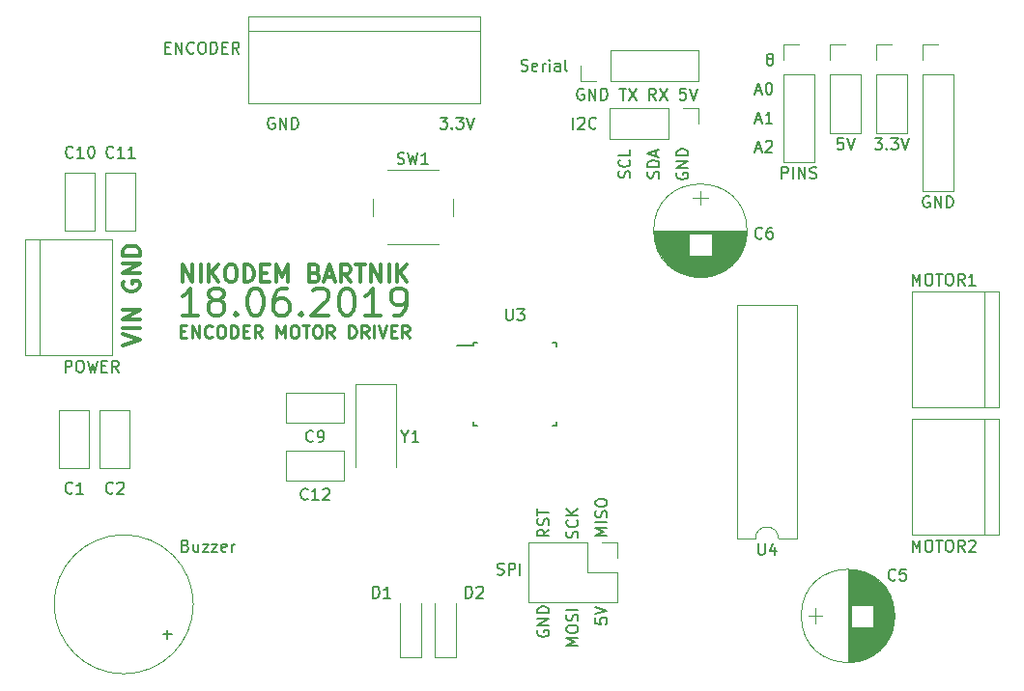
<source format=gbr>
G04 #@! TF.FileFunction,Legend,Top*
%FSLAX46Y46*%
G04 Gerber Fmt 4.6, Leading zero omitted, Abs format (unit mm)*
G04 Created by KiCad (PCBNEW 4.0.7) date 06/25/19 19:36:15*
%MOMM*%
%LPD*%
G01*
G04 APERTURE LIST*
%ADD10C,0.100000*%
%ADD11C,0.200000*%
%ADD12C,0.150000*%
%ADD13C,0.300000*%
%ADD14C,0.250000*%
%ADD15C,0.120000*%
G04 APERTURE END LIST*
D10*
D11*
X165909714Y-88558667D02*
X166385905Y-88558667D01*
X165814476Y-88844381D02*
X166147809Y-87844381D01*
X166481143Y-88844381D01*
X166766857Y-87939619D02*
X166814476Y-87892000D01*
X166909714Y-87844381D01*
X167147810Y-87844381D01*
X167243048Y-87892000D01*
X167290667Y-87939619D01*
X167338286Y-88034857D01*
X167338286Y-88130095D01*
X167290667Y-88272952D01*
X166719238Y-88844381D01*
X167338286Y-88844381D01*
X165909714Y-86018667D02*
X166385905Y-86018667D01*
X165814476Y-86304381D02*
X166147809Y-85304381D01*
X166481143Y-86304381D01*
X167338286Y-86304381D02*
X166766857Y-86304381D01*
X167052571Y-86304381D02*
X167052571Y-85304381D01*
X166957333Y-85447238D01*
X166862095Y-85542476D01*
X166766857Y-85590095D01*
X165909714Y-83478667D02*
X166385905Y-83478667D01*
X165814476Y-83764381D02*
X166147809Y-82764381D01*
X166481143Y-83764381D01*
X167004952Y-82764381D02*
X167100191Y-82764381D01*
X167195429Y-82812000D01*
X167243048Y-82859619D01*
X167290667Y-82954857D01*
X167338286Y-83145333D01*
X167338286Y-83383429D01*
X167290667Y-83573905D01*
X167243048Y-83669143D01*
X167195429Y-83716762D01*
X167100191Y-83764381D01*
X167004952Y-83764381D01*
X166909714Y-83716762D01*
X166862095Y-83669143D01*
X166814476Y-83573905D01*
X166766857Y-83383429D01*
X166766857Y-83145333D01*
X166814476Y-82954857D01*
X166862095Y-82859619D01*
X166909714Y-82812000D01*
X167004952Y-82764381D01*
X167036762Y-80652952D02*
X166941524Y-80605333D01*
X166893905Y-80557714D01*
X166846286Y-80462476D01*
X166846286Y-80414857D01*
X166893905Y-80319619D01*
X166941524Y-80272000D01*
X167036762Y-80224381D01*
X167227239Y-80224381D01*
X167322477Y-80272000D01*
X167370096Y-80319619D01*
X167417715Y-80414857D01*
X167417715Y-80462476D01*
X167370096Y-80557714D01*
X167322477Y-80605333D01*
X167227239Y-80652952D01*
X167036762Y-80652952D01*
X166941524Y-80700571D01*
X166893905Y-80748190D01*
X166846286Y-80843429D01*
X166846286Y-81033905D01*
X166893905Y-81129143D01*
X166941524Y-81176762D01*
X167036762Y-81224381D01*
X167227239Y-81224381D01*
X167322477Y-81176762D01*
X167370096Y-81129143D01*
X167417715Y-81033905D01*
X167417715Y-80843429D01*
X167370096Y-80748190D01*
X167322477Y-80700571D01*
X167227239Y-80652952D01*
X150805143Y-83320000D02*
X150709905Y-83272381D01*
X150567048Y-83272381D01*
X150424190Y-83320000D01*
X150328952Y-83415238D01*
X150281333Y-83510476D01*
X150233714Y-83700952D01*
X150233714Y-83843810D01*
X150281333Y-84034286D01*
X150328952Y-84129524D01*
X150424190Y-84224762D01*
X150567048Y-84272381D01*
X150662286Y-84272381D01*
X150805143Y-84224762D01*
X150852762Y-84177143D01*
X150852762Y-83843810D01*
X150662286Y-83843810D01*
X151281333Y-84272381D02*
X151281333Y-83272381D01*
X151852762Y-84272381D01*
X151852762Y-83272381D01*
X152328952Y-84272381D02*
X152328952Y-83272381D01*
X152567047Y-83272381D01*
X152709905Y-83320000D01*
X152805143Y-83415238D01*
X152852762Y-83510476D01*
X152900381Y-83700952D01*
X152900381Y-83843810D01*
X152852762Y-84034286D01*
X152805143Y-84129524D01*
X152709905Y-84224762D01*
X152567047Y-84272381D01*
X152328952Y-84272381D01*
X153948000Y-83272381D02*
X154519429Y-83272381D01*
X154233714Y-84272381D02*
X154233714Y-83272381D01*
X154757524Y-83272381D02*
X155424191Y-84272381D01*
X155424191Y-83272381D02*
X154757524Y-84272381D01*
X157138477Y-84272381D02*
X156805143Y-83796190D01*
X156567048Y-84272381D02*
X156567048Y-83272381D01*
X156948001Y-83272381D01*
X157043239Y-83320000D01*
X157090858Y-83367619D01*
X157138477Y-83462857D01*
X157138477Y-83605714D01*
X157090858Y-83700952D01*
X157043239Y-83748571D01*
X156948001Y-83796190D01*
X156567048Y-83796190D01*
X157471810Y-83272381D02*
X158138477Y-84272381D01*
X158138477Y-83272381D02*
X157471810Y-84272381D01*
X159757525Y-83272381D02*
X159281334Y-83272381D01*
X159233715Y-83748571D01*
X159281334Y-83700952D01*
X159376572Y-83653333D01*
X159614668Y-83653333D01*
X159709906Y-83700952D01*
X159757525Y-83748571D01*
X159805144Y-83843810D01*
X159805144Y-84081905D01*
X159757525Y-84177143D01*
X159709906Y-84224762D01*
X159614668Y-84272381D01*
X159376572Y-84272381D01*
X159281334Y-84224762D01*
X159233715Y-84177143D01*
X160090858Y-83272381D02*
X160424191Y-84272381D01*
X160757525Y-83272381D01*
X159012000Y-90677904D02*
X158964381Y-90773142D01*
X158964381Y-90915999D01*
X159012000Y-91058857D01*
X159107238Y-91154095D01*
X159202476Y-91201714D01*
X159392952Y-91249333D01*
X159535810Y-91249333D01*
X159726286Y-91201714D01*
X159821524Y-91154095D01*
X159916762Y-91058857D01*
X159964381Y-90915999D01*
X159964381Y-90820761D01*
X159916762Y-90677904D01*
X159869143Y-90630285D01*
X159535810Y-90630285D01*
X159535810Y-90820761D01*
X159964381Y-90201714D02*
X158964381Y-90201714D01*
X159964381Y-89630285D01*
X158964381Y-89630285D01*
X159964381Y-89154095D02*
X158964381Y-89154095D01*
X158964381Y-88916000D01*
X159012000Y-88773142D01*
X159107238Y-88677904D01*
X159202476Y-88630285D01*
X159392952Y-88582666D01*
X159535810Y-88582666D01*
X159726286Y-88630285D01*
X159821524Y-88677904D01*
X159916762Y-88773142D01*
X159964381Y-88916000D01*
X159964381Y-89154095D01*
X157376762Y-91130286D02*
X157424381Y-90987429D01*
X157424381Y-90749333D01*
X157376762Y-90654095D01*
X157329143Y-90606476D01*
X157233905Y-90558857D01*
X157138667Y-90558857D01*
X157043429Y-90606476D01*
X156995810Y-90654095D01*
X156948190Y-90749333D01*
X156900571Y-90939810D01*
X156852952Y-91035048D01*
X156805333Y-91082667D01*
X156710095Y-91130286D01*
X156614857Y-91130286D01*
X156519619Y-91082667D01*
X156472000Y-91035048D01*
X156424381Y-90939810D01*
X156424381Y-90701714D01*
X156472000Y-90558857D01*
X157424381Y-90130286D02*
X156424381Y-90130286D01*
X156424381Y-89892191D01*
X156472000Y-89749333D01*
X156567238Y-89654095D01*
X156662476Y-89606476D01*
X156852952Y-89558857D01*
X156995810Y-89558857D01*
X157186286Y-89606476D01*
X157281524Y-89654095D01*
X157376762Y-89749333D01*
X157424381Y-89892191D01*
X157424381Y-90130286D01*
X157138667Y-89177905D02*
X157138667Y-88701714D01*
X157424381Y-89273143D02*
X156424381Y-88939810D01*
X157424381Y-88606476D01*
X154836762Y-91106476D02*
X154884381Y-90963619D01*
X154884381Y-90725523D01*
X154836762Y-90630285D01*
X154789143Y-90582666D01*
X154693905Y-90535047D01*
X154598667Y-90535047D01*
X154503429Y-90582666D01*
X154455810Y-90630285D01*
X154408190Y-90725523D01*
X154360571Y-90916000D01*
X154312952Y-91011238D01*
X154265333Y-91058857D01*
X154170095Y-91106476D01*
X154074857Y-91106476D01*
X153979619Y-91058857D01*
X153932000Y-91011238D01*
X153884381Y-90916000D01*
X153884381Y-90677904D01*
X153932000Y-90535047D01*
X154789143Y-89535047D02*
X154836762Y-89582666D01*
X154884381Y-89725523D01*
X154884381Y-89820761D01*
X154836762Y-89963619D01*
X154741524Y-90058857D01*
X154646286Y-90106476D01*
X154455810Y-90154095D01*
X154312952Y-90154095D01*
X154122476Y-90106476D01*
X154027238Y-90058857D01*
X153932000Y-89963619D01*
X153884381Y-89820761D01*
X153884381Y-89725523D01*
X153932000Y-89582666D01*
X153979619Y-89535047D01*
X154884381Y-88630285D02*
X154884381Y-89106476D01*
X153884381Y-89106476D01*
D12*
X150312381Y-132127428D02*
X149312381Y-132127428D01*
X150026667Y-131794094D01*
X149312381Y-131460761D01*
X150312381Y-131460761D01*
X149312381Y-130794095D02*
X149312381Y-130603618D01*
X149360000Y-130508380D01*
X149455238Y-130413142D01*
X149645714Y-130365523D01*
X149979048Y-130365523D01*
X150169524Y-130413142D01*
X150264762Y-130508380D01*
X150312381Y-130603618D01*
X150312381Y-130794095D01*
X150264762Y-130889333D01*
X150169524Y-130984571D01*
X149979048Y-131032190D01*
X149645714Y-131032190D01*
X149455238Y-130984571D01*
X149360000Y-130889333D01*
X149312381Y-130794095D01*
X150264762Y-129984571D02*
X150312381Y-129841714D01*
X150312381Y-129603618D01*
X150264762Y-129508380D01*
X150217143Y-129460761D01*
X150121905Y-129413142D01*
X150026667Y-129413142D01*
X149931429Y-129460761D01*
X149883810Y-129508380D01*
X149836190Y-129603618D01*
X149788571Y-129794095D01*
X149740952Y-129889333D01*
X149693333Y-129936952D01*
X149598095Y-129984571D01*
X149502857Y-129984571D01*
X149407619Y-129936952D01*
X149360000Y-129889333D01*
X149312381Y-129794095D01*
X149312381Y-129555999D01*
X149360000Y-129413142D01*
X150312381Y-128984571D02*
X149312381Y-128984571D01*
X151852381Y-129730476D02*
X151852381Y-130206667D01*
X152328571Y-130254286D01*
X152280952Y-130206667D01*
X152233333Y-130111429D01*
X152233333Y-129873333D01*
X152280952Y-129778095D01*
X152328571Y-129730476D01*
X152423810Y-129682857D01*
X152661905Y-129682857D01*
X152757143Y-129730476D01*
X152804762Y-129778095D01*
X152852381Y-129873333D01*
X152852381Y-130111429D01*
X152804762Y-130206667D01*
X152757143Y-130254286D01*
X151852381Y-129397143D02*
X152852381Y-129063810D01*
X151852381Y-128730476D01*
X152852381Y-122475428D02*
X151852381Y-122475428D01*
X152566667Y-122142094D01*
X151852381Y-121808761D01*
X152852381Y-121808761D01*
X152852381Y-121332571D02*
X151852381Y-121332571D01*
X152804762Y-120904000D02*
X152852381Y-120761143D01*
X152852381Y-120523047D01*
X152804762Y-120427809D01*
X152757143Y-120380190D01*
X152661905Y-120332571D01*
X152566667Y-120332571D01*
X152471429Y-120380190D01*
X152423810Y-120427809D01*
X152376190Y-120523047D01*
X152328571Y-120713524D01*
X152280952Y-120808762D01*
X152233333Y-120856381D01*
X152138095Y-120904000D01*
X152042857Y-120904000D01*
X151947619Y-120856381D01*
X151900000Y-120808762D01*
X151852381Y-120713524D01*
X151852381Y-120475428D01*
X151900000Y-120332571D01*
X151852381Y-119713524D02*
X151852381Y-119523047D01*
X151900000Y-119427809D01*
X151995238Y-119332571D01*
X152185714Y-119284952D01*
X152519048Y-119284952D01*
X152709524Y-119332571D01*
X152804762Y-119427809D01*
X152852381Y-119523047D01*
X152852381Y-119713524D01*
X152804762Y-119808762D01*
X152709524Y-119904000D01*
X152519048Y-119951619D01*
X152185714Y-119951619D01*
X151995238Y-119904000D01*
X151900000Y-119808762D01*
X151852381Y-119713524D01*
X150264762Y-122697714D02*
X150312381Y-122554857D01*
X150312381Y-122316761D01*
X150264762Y-122221523D01*
X150217143Y-122173904D01*
X150121905Y-122126285D01*
X150026667Y-122126285D01*
X149931429Y-122173904D01*
X149883810Y-122221523D01*
X149836190Y-122316761D01*
X149788571Y-122507238D01*
X149740952Y-122602476D01*
X149693333Y-122650095D01*
X149598095Y-122697714D01*
X149502857Y-122697714D01*
X149407619Y-122650095D01*
X149360000Y-122602476D01*
X149312381Y-122507238D01*
X149312381Y-122269142D01*
X149360000Y-122126285D01*
X150217143Y-121126285D02*
X150264762Y-121173904D01*
X150312381Y-121316761D01*
X150312381Y-121411999D01*
X150264762Y-121554857D01*
X150169524Y-121650095D01*
X150074286Y-121697714D01*
X149883810Y-121745333D01*
X149740952Y-121745333D01*
X149550476Y-121697714D01*
X149455238Y-121650095D01*
X149360000Y-121554857D01*
X149312381Y-121411999D01*
X149312381Y-121316761D01*
X149360000Y-121173904D01*
X149407619Y-121126285D01*
X150312381Y-120697714D02*
X149312381Y-120697714D01*
X150312381Y-120126285D02*
X149740952Y-120554857D01*
X149312381Y-120126285D02*
X149883810Y-120697714D01*
X146820000Y-130809904D02*
X146772381Y-130905142D01*
X146772381Y-131047999D01*
X146820000Y-131190857D01*
X146915238Y-131286095D01*
X147010476Y-131333714D01*
X147200952Y-131381333D01*
X147343810Y-131381333D01*
X147534286Y-131333714D01*
X147629524Y-131286095D01*
X147724762Y-131190857D01*
X147772381Y-131047999D01*
X147772381Y-130952761D01*
X147724762Y-130809904D01*
X147677143Y-130762285D01*
X147343810Y-130762285D01*
X147343810Y-130952761D01*
X147772381Y-130333714D02*
X146772381Y-130333714D01*
X147772381Y-129762285D01*
X146772381Y-129762285D01*
X147772381Y-129286095D02*
X146772381Y-129286095D01*
X146772381Y-129048000D01*
X146820000Y-128905142D01*
X146915238Y-128809904D01*
X147010476Y-128762285D01*
X147200952Y-128714666D01*
X147343810Y-128714666D01*
X147534286Y-128762285D01*
X147629524Y-128809904D01*
X147724762Y-128905142D01*
X147772381Y-129048000D01*
X147772381Y-129286095D01*
X147772381Y-121959619D02*
X147296190Y-122292953D01*
X147772381Y-122531048D02*
X146772381Y-122531048D01*
X146772381Y-122150095D01*
X146820000Y-122054857D01*
X146867619Y-122007238D01*
X146962857Y-121959619D01*
X147105714Y-121959619D01*
X147200952Y-122007238D01*
X147248571Y-122054857D01*
X147296190Y-122150095D01*
X147296190Y-122531048D01*
X147724762Y-121578667D02*
X147772381Y-121435810D01*
X147772381Y-121197714D01*
X147724762Y-121102476D01*
X147677143Y-121054857D01*
X147581905Y-121007238D01*
X147486667Y-121007238D01*
X147391429Y-121054857D01*
X147343810Y-121102476D01*
X147296190Y-121197714D01*
X147248571Y-121388191D01*
X147200952Y-121483429D01*
X147153333Y-121531048D01*
X147058095Y-121578667D01*
X146962857Y-121578667D01*
X146867619Y-121531048D01*
X146820000Y-121483429D01*
X146772381Y-121388191D01*
X146772381Y-121150095D01*
X146820000Y-121007238D01*
X146772381Y-120721524D02*
X146772381Y-120150095D01*
X147772381Y-120435810D02*
X146772381Y-120435810D01*
D13*
X110430571Y-105782857D02*
X111930571Y-105282857D01*
X110430571Y-104782857D01*
X111930571Y-104282857D02*
X110430571Y-104282857D01*
X111930571Y-103568571D02*
X110430571Y-103568571D01*
X111930571Y-102711428D01*
X110430571Y-102711428D01*
X110502000Y-100202857D02*
X110430571Y-100345714D01*
X110430571Y-100560000D01*
X110502000Y-100774285D01*
X110644857Y-100917143D01*
X110787714Y-100988571D01*
X111073429Y-101060000D01*
X111287714Y-101060000D01*
X111573429Y-100988571D01*
X111716286Y-100917143D01*
X111859143Y-100774285D01*
X111930571Y-100560000D01*
X111930571Y-100417143D01*
X111859143Y-100202857D01*
X111787714Y-100131428D01*
X111287714Y-100131428D01*
X111287714Y-100417143D01*
X111930571Y-99488571D02*
X110430571Y-99488571D01*
X111930571Y-98631428D01*
X110430571Y-98631428D01*
X111930571Y-97917142D02*
X110430571Y-97917142D01*
X110430571Y-97559999D01*
X110502000Y-97345714D01*
X110644857Y-97202856D01*
X110787714Y-97131428D01*
X111073429Y-97059999D01*
X111287714Y-97059999D01*
X111573429Y-97131428D01*
X111716286Y-97202856D01*
X111859143Y-97345714D01*
X111930571Y-97559999D01*
X111930571Y-97917142D01*
D11*
X123698096Y-85860000D02*
X123602858Y-85812381D01*
X123460001Y-85812381D01*
X123317143Y-85860000D01*
X123221905Y-85955238D01*
X123174286Y-86050476D01*
X123126667Y-86240952D01*
X123126667Y-86383810D01*
X123174286Y-86574286D01*
X123221905Y-86669524D01*
X123317143Y-86764762D01*
X123460001Y-86812381D01*
X123555239Y-86812381D01*
X123698096Y-86764762D01*
X123745715Y-86717143D01*
X123745715Y-86383810D01*
X123555239Y-86383810D01*
X124174286Y-86812381D02*
X124174286Y-85812381D01*
X124745715Y-86812381D01*
X124745715Y-85812381D01*
X125221905Y-86812381D02*
X125221905Y-85812381D01*
X125460000Y-85812381D01*
X125602858Y-85860000D01*
X125698096Y-85955238D01*
X125745715Y-86050476D01*
X125793334Y-86240952D01*
X125793334Y-86383810D01*
X125745715Y-86574286D01*
X125698096Y-86669524D01*
X125602858Y-86764762D01*
X125460000Y-86812381D01*
X125221905Y-86812381D01*
X138223810Y-85812381D02*
X138842858Y-85812381D01*
X138509524Y-86193333D01*
X138652382Y-86193333D01*
X138747620Y-86240952D01*
X138795239Y-86288571D01*
X138842858Y-86383810D01*
X138842858Y-86621905D01*
X138795239Y-86717143D01*
X138747620Y-86764762D01*
X138652382Y-86812381D01*
X138366667Y-86812381D01*
X138271429Y-86764762D01*
X138223810Y-86717143D01*
X139271429Y-86717143D02*
X139319048Y-86764762D01*
X139271429Y-86812381D01*
X139223810Y-86764762D01*
X139271429Y-86717143D01*
X139271429Y-86812381D01*
X139652381Y-85812381D02*
X140271429Y-85812381D01*
X139938095Y-86193333D01*
X140080953Y-86193333D01*
X140176191Y-86240952D01*
X140223810Y-86288571D01*
X140271429Y-86383810D01*
X140271429Y-86621905D01*
X140223810Y-86717143D01*
X140176191Y-86764762D01*
X140080953Y-86812381D01*
X139795238Y-86812381D01*
X139700000Y-86764762D01*
X139652381Y-86717143D01*
X140557143Y-85812381D02*
X140890476Y-86812381D01*
X141223810Y-85812381D01*
D13*
X117018858Y-103193714D02*
X115647430Y-103193714D01*
X116333144Y-103193714D02*
X116333144Y-100793714D01*
X116104573Y-101136571D01*
X115876001Y-101365143D01*
X115647430Y-101479429D01*
X118390287Y-101822286D02*
X118161715Y-101708000D01*
X118047430Y-101593714D01*
X117933144Y-101365143D01*
X117933144Y-101250857D01*
X118047430Y-101022286D01*
X118161715Y-100908000D01*
X118390287Y-100793714D01*
X118847430Y-100793714D01*
X119076001Y-100908000D01*
X119190287Y-101022286D01*
X119304572Y-101250857D01*
X119304572Y-101365143D01*
X119190287Y-101593714D01*
X119076001Y-101708000D01*
X118847430Y-101822286D01*
X118390287Y-101822286D01*
X118161715Y-101936571D01*
X118047430Y-102050857D01*
X117933144Y-102279429D01*
X117933144Y-102736571D01*
X118047430Y-102965143D01*
X118161715Y-103079429D01*
X118390287Y-103193714D01*
X118847430Y-103193714D01*
X119076001Y-103079429D01*
X119190287Y-102965143D01*
X119304572Y-102736571D01*
X119304572Y-102279429D01*
X119190287Y-102050857D01*
X119076001Y-101936571D01*
X118847430Y-101822286D01*
X120333144Y-102965143D02*
X120447429Y-103079429D01*
X120333144Y-103193714D01*
X120218858Y-103079429D01*
X120333144Y-102965143D01*
X120333144Y-103193714D01*
X121933143Y-100793714D02*
X122161715Y-100793714D01*
X122390286Y-100908000D01*
X122504572Y-101022286D01*
X122618858Y-101250857D01*
X122733143Y-101708000D01*
X122733143Y-102279429D01*
X122618858Y-102736571D01*
X122504572Y-102965143D01*
X122390286Y-103079429D01*
X122161715Y-103193714D01*
X121933143Y-103193714D01*
X121704572Y-103079429D01*
X121590286Y-102965143D01*
X121476001Y-102736571D01*
X121361715Y-102279429D01*
X121361715Y-101708000D01*
X121476001Y-101250857D01*
X121590286Y-101022286D01*
X121704572Y-100908000D01*
X121933143Y-100793714D01*
X124790286Y-100793714D02*
X124333143Y-100793714D01*
X124104572Y-100908000D01*
X123990286Y-101022286D01*
X123761715Y-101365143D01*
X123647429Y-101822286D01*
X123647429Y-102736571D01*
X123761715Y-102965143D01*
X123876000Y-103079429D01*
X124104572Y-103193714D01*
X124561715Y-103193714D01*
X124790286Y-103079429D01*
X124904572Y-102965143D01*
X125018857Y-102736571D01*
X125018857Y-102165143D01*
X124904572Y-101936571D01*
X124790286Y-101822286D01*
X124561715Y-101708000D01*
X124104572Y-101708000D01*
X123876000Y-101822286D01*
X123761715Y-101936571D01*
X123647429Y-102165143D01*
X126047429Y-102965143D02*
X126161714Y-103079429D01*
X126047429Y-103193714D01*
X125933143Y-103079429D01*
X126047429Y-102965143D01*
X126047429Y-103193714D01*
X127076000Y-101022286D02*
X127190286Y-100908000D01*
X127418857Y-100793714D01*
X127990286Y-100793714D01*
X128218857Y-100908000D01*
X128333143Y-101022286D01*
X128447428Y-101250857D01*
X128447428Y-101479429D01*
X128333143Y-101822286D01*
X126961714Y-103193714D01*
X128447428Y-103193714D01*
X129933142Y-100793714D02*
X130161714Y-100793714D01*
X130390285Y-100908000D01*
X130504571Y-101022286D01*
X130618857Y-101250857D01*
X130733142Y-101708000D01*
X130733142Y-102279429D01*
X130618857Y-102736571D01*
X130504571Y-102965143D01*
X130390285Y-103079429D01*
X130161714Y-103193714D01*
X129933142Y-103193714D01*
X129704571Y-103079429D01*
X129590285Y-102965143D01*
X129476000Y-102736571D01*
X129361714Y-102279429D01*
X129361714Y-101708000D01*
X129476000Y-101250857D01*
X129590285Y-101022286D01*
X129704571Y-100908000D01*
X129933142Y-100793714D01*
X133018856Y-103193714D02*
X131647428Y-103193714D01*
X132333142Y-103193714D02*
X132333142Y-100793714D01*
X132104571Y-101136571D01*
X131875999Y-101365143D01*
X131647428Y-101479429D01*
X134161713Y-103193714D02*
X134618856Y-103193714D01*
X134847428Y-103079429D01*
X134961713Y-102965143D01*
X135190285Y-102622286D01*
X135304570Y-102165143D01*
X135304570Y-101250857D01*
X135190285Y-101022286D01*
X135075999Y-100908000D01*
X134847428Y-100793714D01*
X134390285Y-100793714D01*
X134161713Y-100908000D01*
X134047428Y-101022286D01*
X133933142Y-101250857D01*
X133933142Y-101822286D01*
X134047428Y-102050857D01*
X134161713Y-102165143D01*
X134390285Y-102279429D01*
X134847428Y-102279429D01*
X135075999Y-102165143D01*
X135190285Y-102050857D01*
X135304570Y-101822286D01*
D14*
X115471239Y-104569429D02*
X115837905Y-104569429D01*
X115995048Y-105145619D02*
X115471239Y-105145619D01*
X115471239Y-104045619D01*
X115995048Y-104045619D01*
X116466477Y-105145619D02*
X116466477Y-104045619D01*
X117095048Y-105145619D01*
X117095048Y-104045619D01*
X118247429Y-105040857D02*
X118195048Y-105093238D01*
X118037905Y-105145619D01*
X117933143Y-105145619D01*
X117776001Y-105093238D01*
X117671239Y-104988476D01*
X117618858Y-104883714D01*
X117566477Y-104674190D01*
X117566477Y-104517048D01*
X117618858Y-104307524D01*
X117671239Y-104202762D01*
X117776001Y-104098000D01*
X117933143Y-104045619D01*
X118037905Y-104045619D01*
X118195048Y-104098000D01*
X118247429Y-104150381D01*
X118928382Y-104045619D02*
X119137905Y-104045619D01*
X119242667Y-104098000D01*
X119347429Y-104202762D01*
X119399810Y-104412286D01*
X119399810Y-104778952D01*
X119347429Y-104988476D01*
X119242667Y-105093238D01*
X119137905Y-105145619D01*
X118928382Y-105145619D01*
X118823620Y-105093238D01*
X118718858Y-104988476D01*
X118666477Y-104778952D01*
X118666477Y-104412286D01*
X118718858Y-104202762D01*
X118823620Y-104098000D01*
X118928382Y-104045619D01*
X119871239Y-105145619D02*
X119871239Y-104045619D01*
X120133144Y-104045619D01*
X120290286Y-104098000D01*
X120395048Y-104202762D01*
X120447429Y-104307524D01*
X120499810Y-104517048D01*
X120499810Y-104674190D01*
X120447429Y-104883714D01*
X120395048Y-104988476D01*
X120290286Y-105093238D01*
X120133144Y-105145619D01*
X119871239Y-105145619D01*
X120971239Y-104569429D02*
X121337905Y-104569429D01*
X121495048Y-105145619D02*
X120971239Y-105145619D01*
X120971239Y-104045619D01*
X121495048Y-104045619D01*
X122595048Y-105145619D02*
X122228382Y-104621810D01*
X121966477Y-105145619D02*
X121966477Y-104045619D01*
X122385524Y-104045619D01*
X122490286Y-104098000D01*
X122542667Y-104150381D01*
X122595048Y-104255143D01*
X122595048Y-104412286D01*
X122542667Y-104517048D01*
X122490286Y-104569429D01*
X122385524Y-104621810D01*
X121966477Y-104621810D01*
X123904572Y-105145619D02*
X123904572Y-104045619D01*
X124271238Y-104831333D01*
X124637905Y-104045619D01*
X124637905Y-105145619D01*
X125371239Y-104045619D02*
X125580762Y-104045619D01*
X125685524Y-104098000D01*
X125790286Y-104202762D01*
X125842667Y-104412286D01*
X125842667Y-104778952D01*
X125790286Y-104988476D01*
X125685524Y-105093238D01*
X125580762Y-105145619D01*
X125371239Y-105145619D01*
X125266477Y-105093238D01*
X125161715Y-104988476D01*
X125109334Y-104778952D01*
X125109334Y-104412286D01*
X125161715Y-104202762D01*
X125266477Y-104098000D01*
X125371239Y-104045619D01*
X126156953Y-104045619D02*
X126785524Y-104045619D01*
X126471239Y-105145619D02*
X126471239Y-104045619D01*
X127361715Y-104045619D02*
X127571238Y-104045619D01*
X127676000Y-104098000D01*
X127780762Y-104202762D01*
X127833143Y-104412286D01*
X127833143Y-104778952D01*
X127780762Y-104988476D01*
X127676000Y-105093238D01*
X127571238Y-105145619D01*
X127361715Y-105145619D01*
X127256953Y-105093238D01*
X127152191Y-104988476D01*
X127099810Y-104778952D01*
X127099810Y-104412286D01*
X127152191Y-104202762D01*
X127256953Y-104098000D01*
X127361715Y-104045619D01*
X128933143Y-105145619D02*
X128566477Y-104621810D01*
X128304572Y-105145619D02*
X128304572Y-104045619D01*
X128723619Y-104045619D01*
X128828381Y-104098000D01*
X128880762Y-104150381D01*
X128933143Y-104255143D01*
X128933143Y-104412286D01*
X128880762Y-104517048D01*
X128828381Y-104569429D01*
X128723619Y-104621810D01*
X128304572Y-104621810D01*
X130242667Y-105145619D02*
X130242667Y-104045619D01*
X130504572Y-104045619D01*
X130661714Y-104098000D01*
X130766476Y-104202762D01*
X130818857Y-104307524D01*
X130871238Y-104517048D01*
X130871238Y-104674190D01*
X130818857Y-104883714D01*
X130766476Y-104988476D01*
X130661714Y-105093238D01*
X130504572Y-105145619D01*
X130242667Y-105145619D01*
X131971238Y-105145619D02*
X131604572Y-104621810D01*
X131342667Y-105145619D02*
X131342667Y-104045619D01*
X131761714Y-104045619D01*
X131866476Y-104098000D01*
X131918857Y-104150381D01*
X131971238Y-104255143D01*
X131971238Y-104412286D01*
X131918857Y-104517048D01*
X131866476Y-104569429D01*
X131761714Y-104621810D01*
X131342667Y-104621810D01*
X132442667Y-105145619D02*
X132442667Y-104045619D01*
X132809334Y-104045619D02*
X133176001Y-105145619D01*
X133542667Y-104045619D01*
X133909334Y-104569429D02*
X134276000Y-104569429D01*
X134433143Y-105145619D02*
X133909334Y-105145619D01*
X133909334Y-104045619D01*
X134433143Y-104045619D01*
X135533143Y-105145619D02*
X135166477Y-104621810D01*
X134904572Y-105145619D02*
X134904572Y-104045619D01*
X135323619Y-104045619D01*
X135428381Y-104098000D01*
X135480762Y-104150381D01*
X135533143Y-104255143D01*
X135533143Y-104412286D01*
X135480762Y-104517048D01*
X135428381Y-104569429D01*
X135323619Y-104621810D01*
X134904572Y-104621810D01*
D13*
X115690285Y-100246571D02*
X115690285Y-98746571D01*
X116547428Y-100246571D01*
X116547428Y-98746571D01*
X117261714Y-100246571D02*
X117261714Y-98746571D01*
X117976000Y-100246571D02*
X117976000Y-98746571D01*
X118833143Y-100246571D02*
X118190286Y-99389429D01*
X118833143Y-98746571D02*
X117976000Y-99603714D01*
X119761714Y-98746571D02*
X120047428Y-98746571D01*
X120190286Y-98818000D01*
X120333143Y-98960857D01*
X120404571Y-99246571D01*
X120404571Y-99746571D01*
X120333143Y-100032286D01*
X120190286Y-100175143D01*
X120047428Y-100246571D01*
X119761714Y-100246571D01*
X119618857Y-100175143D01*
X119476000Y-100032286D01*
X119404571Y-99746571D01*
X119404571Y-99246571D01*
X119476000Y-98960857D01*
X119618857Y-98818000D01*
X119761714Y-98746571D01*
X121047429Y-100246571D02*
X121047429Y-98746571D01*
X121404572Y-98746571D01*
X121618857Y-98818000D01*
X121761715Y-98960857D01*
X121833143Y-99103714D01*
X121904572Y-99389429D01*
X121904572Y-99603714D01*
X121833143Y-99889429D01*
X121761715Y-100032286D01*
X121618857Y-100175143D01*
X121404572Y-100246571D01*
X121047429Y-100246571D01*
X122547429Y-99460857D02*
X123047429Y-99460857D01*
X123261715Y-100246571D02*
X122547429Y-100246571D01*
X122547429Y-98746571D01*
X123261715Y-98746571D01*
X123904572Y-100246571D02*
X123904572Y-98746571D01*
X124404572Y-99818000D01*
X124904572Y-98746571D01*
X124904572Y-100246571D01*
X127261715Y-99460857D02*
X127476001Y-99532286D01*
X127547429Y-99603714D01*
X127618858Y-99746571D01*
X127618858Y-99960857D01*
X127547429Y-100103714D01*
X127476001Y-100175143D01*
X127333143Y-100246571D01*
X126761715Y-100246571D01*
X126761715Y-98746571D01*
X127261715Y-98746571D01*
X127404572Y-98818000D01*
X127476001Y-98889429D01*
X127547429Y-99032286D01*
X127547429Y-99175143D01*
X127476001Y-99318000D01*
X127404572Y-99389429D01*
X127261715Y-99460857D01*
X126761715Y-99460857D01*
X128190286Y-99818000D02*
X128904572Y-99818000D01*
X128047429Y-100246571D02*
X128547429Y-98746571D01*
X129047429Y-100246571D01*
X130404572Y-100246571D02*
X129904572Y-99532286D01*
X129547429Y-100246571D02*
X129547429Y-98746571D01*
X130118857Y-98746571D01*
X130261715Y-98818000D01*
X130333143Y-98889429D01*
X130404572Y-99032286D01*
X130404572Y-99246571D01*
X130333143Y-99389429D01*
X130261715Y-99460857D01*
X130118857Y-99532286D01*
X129547429Y-99532286D01*
X130833143Y-98746571D02*
X131690286Y-98746571D01*
X131261715Y-100246571D02*
X131261715Y-98746571D01*
X132190286Y-100246571D02*
X132190286Y-98746571D01*
X133047429Y-100246571D01*
X133047429Y-98746571D01*
X133761715Y-100246571D02*
X133761715Y-98746571D01*
X134476001Y-100246571D02*
X134476001Y-98746571D01*
X135333144Y-100246571D02*
X134690287Y-99389429D01*
X135333144Y-98746571D02*
X134476001Y-99603714D01*
D15*
X141732000Y-84582000D02*
X141732000Y-76962000D01*
X121412000Y-76962000D02*
X121412000Y-84582000D01*
X121412000Y-78232000D02*
X141732000Y-78232000D01*
X141732000Y-84582000D02*
X121412000Y-84582000D01*
X141732000Y-76962000D02*
X121412000Y-76962000D01*
X116600000Y-128524000D02*
G75*
G03X116600000Y-128524000I-6100000J0D01*
G01*
X107482000Y-111466000D02*
X107482000Y-116586000D01*
X104862000Y-111466000D02*
X104862000Y-116586000D01*
X107482000Y-111466000D02*
X104862000Y-111466000D01*
X107482000Y-116586000D02*
X104862000Y-116586000D01*
X111038000Y-111466000D02*
X111038000Y-116586000D01*
X108418000Y-111466000D02*
X108418000Y-116586000D01*
X111038000Y-111466000D02*
X108418000Y-111466000D01*
X111038000Y-116586000D02*
X108418000Y-116586000D01*
X178060000Y-129540000D02*
G75*
G03X178060000Y-129540000I-4090000J0D01*
G01*
X173970000Y-125490000D02*
X173970000Y-133590000D01*
X174010000Y-125490000D02*
X174010000Y-133590000D01*
X174050000Y-125490000D02*
X174050000Y-133590000D01*
X174090000Y-125491000D02*
X174090000Y-133589000D01*
X174130000Y-125493000D02*
X174130000Y-133587000D01*
X174170000Y-125494000D02*
X174170000Y-133586000D01*
X174210000Y-125497000D02*
X174210000Y-133583000D01*
X174250000Y-125499000D02*
X174250000Y-128560000D01*
X174250000Y-130520000D02*
X174250000Y-133581000D01*
X174290000Y-125502000D02*
X174290000Y-128560000D01*
X174290000Y-130520000D02*
X174290000Y-133578000D01*
X174330000Y-125505000D02*
X174330000Y-128560000D01*
X174330000Y-130520000D02*
X174330000Y-133575000D01*
X174370000Y-125509000D02*
X174370000Y-128560000D01*
X174370000Y-130520000D02*
X174370000Y-133571000D01*
X174410000Y-125513000D02*
X174410000Y-128560000D01*
X174410000Y-130520000D02*
X174410000Y-133567000D01*
X174450000Y-125518000D02*
X174450000Y-128560000D01*
X174450000Y-130520000D02*
X174450000Y-133562000D01*
X174490000Y-125523000D02*
X174490000Y-128560000D01*
X174490000Y-130520000D02*
X174490000Y-133557000D01*
X174530000Y-125528000D02*
X174530000Y-128560000D01*
X174530000Y-130520000D02*
X174530000Y-133552000D01*
X174570000Y-125534000D02*
X174570000Y-128560000D01*
X174570000Y-130520000D02*
X174570000Y-133546000D01*
X174610000Y-125540000D02*
X174610000Y-128560000D01*
X174610000Y-130520000D02*
X174610000Y-133540000D01*
X174650000Y-125546000D02*
X174650000Y-128560000D01*
X174650000Y-130520000D02*
X174650000Y-133534000D01*
X174691000Y-125553000D02*
X174691000Y-128560000D01*
X174691000Y-130520000D02*
X174691000Y-133527000D01*
X174731000Y-125561000D02*
X174731000Y-128560000D01*
X174731000Y-130520000D02*
X174731000Y-133519000D01*
X174771000Y-125569000D02*
X174771000Y-128560000D01*
X174771000Y-130520000D02*
X174771000Y-133511000D01*
X174811000Y-125577000D02*
X174811000Y-128560000D01*
X174811000Y-130520000D02*
X174811000Y-133503000D01*
X174851000Y-125585000D02*
X174851000Y-128560000D01*
X174851000Y-130520000D02*
X174851000Y-133495000D01*
X174891000Y-125594000D02*
X174891000Y-128560000D01*
X174891000Y-130520000D02*
X174891000Y-133486000D01*
X174931000Y-125604000D02*
X174931000Y-128560000D01*
X174931000Y-130520000D02*
X174931000Y-133476000D01*
X174971000Y-125614000D02*
X174971000Y-128560000D01*
X174971000Y-130520000D02*
X174971000Y-133466000D01*
X175011000Y-125624000D02*
X175011000Y-128560000D01*
X175011000Y-130520000D02*
X175011000Y-133456000D01*
X175051000Y-125635000D02*
X175051000Y-128560000D01*
X175051000Y-130520000D02*
X175051000Y-133445000D01*
X175091000Y-125646000D02*
X175091000Y-128560000D01*
X175091000Y-130520000D02*
X175091000Y-133434000D01*
X175131000Y-125657000D02*
X175131000Y-128560000D01*
X175131000Y-130520000D02*
X175131000Y-133423000D01*
X175171000Y-125670000D02*
X175171000Y-128560000D01*
X175171000Y-130520000D02*
X175171000Y-133410000D01*
X175211000Y-125682000D02*
X175211000Y-128560000D01*
X175211000Y-130520000D02*
X175211000Y-133398000D01*
X175251000Y-125695000D02*
X175251000Y-128560000D01*
X175251000Y-130520000D02*
X175251000Y-133385000D01*
X175291000Y-125708000D02*
X175291000Y-128560000D01*
X175291000Y-130520000D02*
X175291000Y-133372000D01*
X175331000Y-125722000D02*
X175331000Y-128560000D01*
X175331000Y-130520000D02*
X175331000Y-133358000D01*
X175371000Y-125737000D02*
X175371000Y-128560000D01*
X175371000Y-130520000D02*
X175371000Y-133343000D01*
X175411000Y-125751000D02*
X175411000Y-128560000D01*
X175411000Y-130520000D02*
X175411000Y-133329000D01*
X175451000Y-125767000D02*
X175451000Y-128560000D01*
X175451000Y-130520000D02*
X175451000Y-133313000D01*
X175491000Y-125782000D02*
X175491000Y-128560000D01*
X175491000Y-130520000D02*
X175491000Y-133298000D01*
X175531000Y-125799000D02*
X175531000Y-128560000D01*
X175531000Y-130520000D02*
X175531000Y-133281000D01*
X175571000Y-125815000D02*
X175571000Y-128560000D01*
X175571000Y-130520000D02*
X175571000Y-133265000D01*
X175611000Y-125833000D02*
X175611000Y-128560000D01*
X175611000Y-130520000D02*
X175611000Y-133247000D01*
X175651000Y-125850000D02*
X175651000Y-128560000D01*
X175651000Y-130520000D02*
X175651000Y-133230000D01*
X175691000Y-125869000D02*
X175691000Y-128560000D01*
X175691000Y-130520000D02*
X175691000Y-133211000D01*
X175731000Y-125888000D02*
X175731000Y-128560000D01*
X175731000Y-130520000D02*
X175731000Y-133192000D01*
X175771000Y-125907000D02*
X175771000Y-128560000D01*
X175771000Y-130520000D02*
X175771000Y-133173000D01*
X175811000Y-125927000D02*
X175811000Y-128560000D01*
X175811000Y-130520000D02*
X175811000Y-133153000D01*
X175851000Y-125947000D02*
X175851000Y-128560000D01*
X175851000Y-130520000D02*
X175851000Y-133133000D01*
X175891000Y-125968000D02*
X175891000Y-128560000D01*
X175891000Y-130520000D02*
X175891000Y-133112000D01*
X175931000Y-125990000D02*
X175931000Y-128560000D01*
X175931000Y-130520000D02*
X175931000Y-133090000D01*
X175971000Y-126012000D02*
X175971000Y-128560000D01*
X175971000Y-130520000D02*
X175971000Y-133068000D01*
X176011000Y-126035000D02*
X176011000Y-128560000D01*
X176011000Y-130520000D02*
X176011000Y-133045000D01*
X176051000Y-126058000D02*
X176051000Y-128560000D01*
X176051000Y-130520000D02*
X176051000Y-133022000D01*
X176091000Y-126082000D02*
X176091000Y-128560000D01*
X176091000Y-130520000D02*
X176091000Y-132998000D01*
X176131000Y-126106000D02*
X176131000Y-128560000D01*
X176131000Y-130520000D02*
X176131000Y-132974000D01*
X176171000Y-126132000D02*
X176171000Y-128560000D01*
X176171000Y-130520000D02*
X176171000Y-132948000D01*
X176211000Y-126157000D02*
X176211000Y-132923000D01*
X176251000Y-126184000D02*
X176251000Y-132896000D01*
X176291000Y-126211000D02*
X176291000Y-132869000D01*
X176331000Y-126239000D02*
X176331000Y-132841000D01*
X176371000Y-126268000D02*
X176371000Y-132812000D01*
X176411000Y-126297000D02*
X176411000Y-132783000D01*
X176451000Y-126327000D02*
X176451000Y-132753000D01*
X176491000Y-126358000D02*
X176491000Y-132722000D01*
X176531000Y-126390000D02*
X176531000Y-132690000D01*
X176571000Y-126422000D02*
X176571000Y-132658000D01*
X176611000Y-126456000D02*
X176611000Y-132624000D01*
X176651000Y-126490000D02*
X176651000Y-132590000D01*
X176691000Y-126525000D02*
X176691000Y-132555000D01*
X176731000Y-126561000D02*
X176731000Y-132519000D01*
X176771000Y-126598000D02*
X176771000Y-132482000D01*
X176811000Y-126636000D02*
X176811000Y-132444000D01*
X176851000Y-126675000D02*
X176851000Y-132405000D01*
X176891000Y-126716000D02*
X176891000Y-132364000D01*
X176931000Y-126757000D02*
X176931000Y-132323000D01*
X176971000Y-126800000D02*
X176971000Y-132280000D01*
X177011000Y-126843000D02*
X177011000Y-132237000D01*
X177051000Y-126888000D02*
X177051000Y-132192000D01*
X177091000Y-126935000D02*
X177091000Y-132145000D01*
X177131000Y-126983000D02*
X177131000Y-132097000D01*
X177171000Y-127032000D02*
X177171000Y-132048000D01*
X177211000Y-127083000D02*
X177211000Y-131997000D01*
X177251000Y-127136000D02*
X177251000Y-131944000D01*
X177291000Y-127191000D02*
X177291000Y-131889000D01*
X177331000Y-127247000D02*
X177331000Y-131833000D01*
X177371000Y-127306000D02*
X177371000Y-131774000D01*
X177411000Y-127367000D02*
X177411000Y-131713000D01*
X177451000Y-127431000D02*
X177451000Y-131649000D01*
X177491000Y-127497000D02*
X177491000Y-131583000D01*
X177531000Y-127566000D02*
X177531000Y-131514000D01*
X177571000Y-127638000D02*
X177571000Y-131442000D01*
X177611000Y-127714000D02*
X177611000Y-131366000D01*
X177651000Y-127795000D02*
X177651000Y-131285000D01*
X177691000Y-127880000D02*
X177691000Y-131200000D01*
X177731000Y-127970000D02*
X177731000Y-131110000D01*
X177771000Y-128067000D02*
X177771000Y-131013000D01*
X177811000Y-128171000D02*
X177811000Y-130909000D01*
X177851000Y-128286000D02*
X177851000Y-130794000D01*
X177891000Y-128413000D02*
X177891000Y-130667000D01*
X177931000Y-128557000D02*
X177931000Y-130523000D01*
X177971000Y-128726000D02*
X177971000Y-130354000D01*
X178011000Y-128942000D02*
X178011000Y-130138000D01*
X178051000Y-129294000D02*
X178051000Y-129786000D01*
X170520000Y-129540000D02*
X171720000Y-129540000D01*
X171120000Y-128890000D02*
X171120000Y-130190000D01*
X165126000Y-95738000D02*
G75*
G03X165126000Y-95738000I-4090000J0D01*
G01*
X165086000Y-95738000D02*
X156986000Y-95738000D01*
X165086000Y-95778000D02*
X156986000Y-95778000D01*
X165086000Y-95818000D02*
X156986000Y-95818000D01*
X165085000Y-95858000D02*
X156987000Y-95858000D01*
X165083000Y-95898000D02*
X156989000Y-95898000D01*
X165082000Y-95938000D02*
X156990000Y-95938000D01*
X165079000Y-95978000D02*
X156993000Y-95978000D01*
X165077000Y-96018000D02*
X162016000Y-96018000D01*
X160056000Y-96018000D02*
X156995000Y-96018000D01*
X165074000Y-96058000D02*
X162016000Y-96058000D01*
X160056000Y-96058000D02*
X156998000Y-96058000D01*
X165071000Y-96098000D02*
X162016000Y-96098000D01*
X160056000Y-96098000D02*
X157001000Y-96098000D01*
X165067000Y-96138000D02*
X162016000Y-96138000D01*
X160056000Y-96138000D02*
X157005000Y-96138000D01*
X165063000Y-96178000D02*
X162016000Y-96178000D01*
X160056000Y-96178000D02*
X157009000Y-96178000D01*
X165058000Y-96218000D02*
X162016000Y-96218000D01*
X160056000Y-96218000D02*
X157014000Y-96218000D01*
X165053000Y-96258000D02*
X162016000Y-96258000D01*
X160056000Y-96258000D02*
X157019000Y-96258000D01*
X165048000Y-96298000D02*
X162016000Y-96298000D01*
X160056000Y-96298000D02*
X157024000Y-96298000D01*
X165042000Y-96338000D02*
X162016000Y-96338000D01*
X160056000Y-96338000D02*
X157030000Y-96338000D01*
X165036000Y-96378000D02*
X162016000Y-96378000D01*
X160056000Y-96378000D02*
X157036000Y-96378000D01*
X165030000Y-96418000D02*
X162016000Y-96418000D01*
X160056000Y-96418000D02*
X157042000Y-96418000D01*
X165023000Y-96459000D02*
X162016000Y-96459000D01*
X160056000Y-96459000D02*
X157049000Y-96459000D01*
X165015000Y-96499000D02*
X162016000Y-96499000D01*
X160056000Y-96499000D02*
X157057000Y-96499000D01*
X165007000Y-96539000D02*
X162016000Y-96539000D01*
X160056000Y-96539000D02*
X157065000Y-96539000D01*
X164999000Y-96579000D02*
X162016000Y-96579000D01*
X160056000Y-96579000D02*
X157073000Y-96579000D01*
X164991000Y-96619000D02*
X162016000Y-96619000D01*
X160056000Y-96619000D02*
X157081000Y-96619000D01*
X164982000Y-96659000D02*
X162016000Y-96659000D01*
X160056000Y-96659000D02*
X157090000Y-96659000D01*
X164972000Y-96699000D02*
X162016000Y-96699000D01*
X160056000Y-96699000D02*
X157100000Y-96699000D01*
X164962000Y-96739000D02*
X162016000Y-96739000D01*
X160056000Y-96739000D02*
X157110000Y-96739000D01*
X164952000Y-96779000D02*
X162016000Y-96779000D01*
X160056000Y-96779000D02*
X157120000Y-96779000D01*
X164941000Y-96819000D02*
X162016000Y-96819000D01*
X160056000Y-96819000D02*
X157131000Y-96819000D01*
X164930000Y-96859000D02*
X162016000Y-96859000D01*
X160056000Y-96859000D02*
X157142000Y-96859000D01*
X164919000Y-96899000D02*
X162016000Y-96899000D01*
X160056000Y-96899000D02*
X157153000Y-96899000D01*
X164906000Y-96939000D02*
X162016000Y-96939000D01*
X160056000Y-96939000D02*
X157166000Y-96939000D01*
X164894000Y-96979000D02*
X162016000Y-96979000D01*
X160056000Y-96979000D02*
X157178000Y-96979000D01*
X164881000Y-97019000D02*
X162016000Y-97019000D01*
X160056000Y-97019000D02*
X157191000Y-97019000D01*
X164868000Y-97059000D02*
X162016000Y-97059000D01*
X160056000Y-97059000D02*
X157204000Y-97059000D01*
X164854000Y-97099000D02*
X162016000Y-97099000D01*
X160056000Y-97099000D02*
X157218000Y-97099000D01*
X164839000Y-97139000D02*
X162016000Y-97139000D01*
X160056000Y-97139000D02*
X157233000Y-97139000D01*
X164825000Y-97179000D02*
X162016000Y-97179000D01*
X160056000Y-97179000D02*
X157247000Y-97179000D01*
X164809000Y-97219000D02*
X162016000Y-97219000D01*
X160056000Y-97219000D02*
X157263000Y-97219000D01*
X164794000Y-97259000D02*
X162016000Y-97259000D01*
X160056000Y-97259000D02*
X157278000Y-97259000D01*
X164777000Y-97299000D02*
X162016000Y-97299000D01*
X160056000Y-97299000D02*
X157295000Y-97299000D01*
X164761000Y-97339000D02*
X162016000Y-97339000D01*
X160056000Y-97339000D02*
X157311000Y-97339000D01*
X164743000Y-97379000D02*
X162016000Y-97379000D01*
X160056000Y-97379000D02*
X157329000Y-97379000D01*
X164726000Y-97419000D02*
X162016000Y-97419000D01*
X160056000Y-97419000D02*
X157346000Y-97419000D01*
X164707000Y-97459000D02*
X162016000Y-97459000D01*
X160056000Y-97459000D02*
X157365000Y-97459000D01*
X164688000Y-97499000D02*
X162016000Y-97499000D01*
X160056000Y-97499000D02*
X157384000Y-97499000D01*
X164669000Y-97539000D02*
X162016000Y-97539000D01*
X160056000Y-97539000D02*
X157403000Y-97539000D01*
X164649000Y-97579000D02*
X162016000Y-97579000D01*
X160056000Y-97579000D02*
X157423000Y-97579000D01*
X164629000Y-97619000D02*
X162016000Y-97619000D01*
X160056000Y-97619000D02*
X157443000Y-97619000D01*
X164608000Y-97659000D02*
X162016000Y-97659000D01*
X160056000Y-97659000D02*
X157464000Y-97659000D01*
X164586000Y-97699000D02*
X162016000Y-97699000D01*
X160056000Y-97699000D02*
X157486000Y-97699000D01*
X164564000Y-97739000D02*
X162016000Y-97739000D01*
X160056000Y-97739000D02*
X157508000Y-97739000D01*
X164541000Y-97779000D02*
X162016000Y-97779000D01*
X160056000Y-97779000D02*
X157531000Y-97779000D01*
X164518000Y-97819000D02*
X162016000Y-97819000D01*
X160056000Y-97819000D02*
X157554000Y-97819000D01*
X164494000Y-97859000D02*
X162016000Y-97859000D01*
X160056000Y-97859000D02*
X157578000Y-97859000D01*
X164470000Y-97899000D02*
X162016000Y-97899000D01*
X160056000Y-97899000D02*
X157602000Y-97899000D01*
X164444000Y-97939000D02*
X162016000Y-97939000D01*
X160056000Y-97939000D02*
X157628000Y-97939000D01*
X164419000Y-97979000D02*
X157653000Y-97979000D01*
X164392000Y-98019000D02*
X157680000Y-98019000D01*
X164365000Y-98059000D02*
X157707000Y-98059000D01*
X164337000Y-98099000D02*
X157735000Y-98099000D01*
X164308000Y-98139000D02*
X157764000Y-98139000D01*
X164279000Y-98179000D02*
X157793000Y-98179000D01*
X164249000Y-98219000D02*
X157823000Y-98219000D01*
X164218000Y-98259000D02*
X157854000Y-98259000D01*
X164186000Y-98299000D02*
X157886000Y-98299000D01*
X164154000Y-98339000D02*
X157918000Y-98339000D01*
X164120000Y-98379000D02*
X157952000Y-98379000D01*
X164086000Y-98419000D02*
X157986000Y-98419000D01*
X164051000Y-98459000D02*
X158021000Y-98459000D01*
X164015000Y-98499000D02*
X158057000Y-98499000D01*
X163978000Y-98539000D02*
X158094000Y-98539000D01*
X163940000Y-98579000D02*
X158132000Y-98579000D01*
X163901000Y-98619000D02*
X158171000Y-98619000D01*
X163860000Y-98659000D02*
X158212000Y-98659000D01*
X163819000Y-98699000D02*
X158253000Y-98699000D01*
X163776000Y-98739000D02*
X158296000Y-98739000D01*
X163733000Y-98779000D02*
X158339000Y-98779000D01*
X163688000Y-98819000D02*
X158384000Y-98819000D01*
X163641000Y-98859000D02*
X158431000Y-98859000D01*
X163593000Y-98899000D02*
X158479000Y-98899000D01*
X163544000Y-98939000D02*
X158528000Y-98939000D01*
X163493000Y-98979000D02*
X158579000Y-98979000D01*
X163440000Y-99019000D02*
X158632000Y-99019000D01*
X163385000Y-99059000D02*
X158687000Y-99059000D01*
X163329000Y-99099000D02*
X158743000Y-99099000D01*
X163270000Y-99139000D02*
X158802000Y-99139000D01*
X163209000Y-99179000D02*
X158863000Y-99179000D01*
X163145000Y-99219000D02*
X158927000Y-99219000D01*
X163079000Y-99259000D02*
X158993000Y-99259000D01*
X163010000Y-99299000D02*
X159062000Y-99299000D01*
X162938000Y-99339000D02*
X159134000Y-99339000D01*
X162862000Y-99379000D02*
X159210000Y-99379000D01*
X162781000Y-99419000D02*
X159291000Y-99419000D01*
X162696000Y-99459000D02*
X159376000Y-99459000D01*
X162606000Y-99499000D02*
X159466000Y-99499000D01*
X162509000Y-99539000D02*
X159563000Y-99539000D01*
X162405000Y-99579000D02*
X159667000Y-99579000D01*
X162290000Y-99619000D02*
X159782000Y-99619000D01*
X162163000Y-99659000D02*
X159909000Y-99659000D01*
X162019000Y-99699000D02*
X160053000Y-99699000D01*
X161850000Y-99739000D02*
X160222000Y-99739000D01*
X161634000Y-99779000D02*
X160438000Y-99779000D01*
X161282000Y-99819000D02*
X160790000Y-99819000D01*
X161036000Y-92288000D02*
X161036000Y-93488000D01*
X161686000Y-92888000D02*
X160386000Y-92888000D01*
X129834000Y-112562000D02*
X124714000Y-112562000D01*
X129834000Y-109942000D02*
X124714000Y-109942000D01*
X129834000Y-112562000D02*
X129834000Y-109942000D01*
X124714000Y-112562000D02*
X124714000Y-109942000D01*
X107990000Y-90638000D02*
X107990000Y-95758000D01*
X105370000Y-90638000D02*
X105370000Y-95758000D01*
X107990000Y-90638000D02*
X105370000Y-90638000D01*
X107990000Y-95758000D02*
X105370000Y-95758000D01*
X111546000Y-90638000D02*
X111546000Y-95758000D01*
X108926000Y-90638000D02*
X108926000Y-95758000D01*
X111546000Y-90638000D02*
X108926000Y-90638000D01*
X111546000Y-95758000D02*
X108926000Y-95758000D01*
X129834000Y-117642000D02*
X124714000Y-117642000D01*
X129834000Y-115022000D02*
X124714000Y-115022000D01*
X129834000Y-117642000D02*
X129834000Y-115022000D01*
X124714000Y-117642000D02*
X124714000Y-115022000D01*
X134686000Y-133148000D02*
X136586000Y-133148000D01*
X136586000Y-133148000D02*
X136586000Y-128448000D01*
X134686000Y-133148000D02*
X134686000Y-128448000D01*
X137734000Y-133148000D02*
X139634000Y-133148000D01*
X139634000Y-133148000D02*
X139634000Y-128448000D01*
X137734000Y-133148000D02*
X137734000Y-128448000D01*
X103124000Y-106680000D02*
X103124000Y-96520000D01*
X101854000Y-106680000D02*
X109474000Y-106680000D01*
X109474000Y-106680000D02*
X109474000Y-96520000D01*
X109474000Y-96520000D02*
X101854000Y-96520000D01*
X101854000Y-96520000D02*
X101854000Y-106680000D01*
X168342000Y-89722000D02*
X171002000Y-89722000D01*
X168342000Y-82042000D02*
X168342000Y-89722000D01*
X171002000Y-82042000D02*
X171002000Y-89722000D01*
X168342000Y-82042000D02*
X171002000Y-82042000D01*
X168342000Y-80772000D02*
X168342000Y-79442000D01*
X168342000Y-79442000D02*
X169672000Y-79442000D01*
X176470000Y-87182000D02*
X179130000Y-87182000D01*
X176470000Y-82042000D02*
X176470000Y-87182000D01*
X179130000Y-82042000D02*
X179130000Y-87182000D01*
X176470000Y-82042000D02*
X179130000Y-82042000D01*
X176470000Y-80772000D02*
X176470000Y-79442000D01*
X176470000Y-79442000D02*
X177800000Y-79442000D01*
X172406000Y-87182000D02*
X175066000Y-87182000D01*
X172406000Y-82042000D02*
X172406000Y-87182000D01*
X175066000Y-82042000D02*
X175066000Y-87182000D01*
X172406000Y-82042000D02*
X175066000Y-82042000D01*
X172406000Y-80772000D02*
X172406000Y-79442000D01*
X172406000Y-79442000D02*
X173736000Y-79442000D01*
X180534000Y-92262000D02*
X183194000Y-92262000D01*
X180534000Y-82042000D02*
X180534000Y-92262000D01*
X183194000Y-82042000D02*
X183194000Y-92262000D01*
X180534000Y-82042000D02*
X183194000Y-82042000D01*
X180534000Y-80772000D02*
X180534000Y-79442000D01*
X180534000Y-79442000D02*
X181864000Y-79442000D01*
X185928000Y-101092000D02*
X185928000Y-111252000D01*
X187198000Y-101092000D02*
X179578000Y-101092000D01*
X179578000Y-101092000D02*
X179578000Y-111252000D01*
X179578000Y-111252000D02*
X187198000Y-111252000D01*
X187198000Y-111252000D02*
X187198000Y-101092000D01*
X185928000Y-112268000D02*
X185928000Y-122428000D01*
X187198000Y-112268000D02*
X179578000Y-112268000D01*
X179578000Y-112268000D02*
X179578000Y-122428000D01*
X179578000Y-122428000D02*
X187198000Y-122428000D01*
X187198000Y-122428000D02*
X187198000Y-112268000D01*
X145990000Y-123130000D02*
X145990000Y-128330000D01*
X151130000Y-123130000D02*
X145990000Y-123130000D01*
X153730000Y-128330000D02*
X145990000Y-128330000D01*
X151130000Y-123130000D02*
X151130000Y-125730000D01*
X151130000Y-125730000D02*
X153730000Y-125730000D01*
X153730000Y-125730000D02*
X153730000Y-128330000D01*
X152400000Y-123130000D02*
X153730000Y-123130000D01*
X153730000Y-123130000D02*
X153730000Y-124460000D01*
X153162000Y-82610000D02*
X160842000Y-82610000D01*
X160842000Y-82610000D02*
X160842000Y-79950000D01*
X160842000Y-79950000D02*
X153162000Y-79950000D01*
X153162000Y-79950000D02*
X153162000Y-82610000D01*
X151892000Y-82610000D02*
X150562000Y-82610000D01*
X150562000Y-82610000D02*
X150562000Y-81280000D01*
X158242000Y-85030000D02*
X153102000Y-85030000D01*
X153102000Y-85030000D02*
X153102000Y-87690000D01*
X153102000Y-87690000D02*
X158242000Y-87690000D01*
X158242000Y-87690000D02*
X158242000Y-85030000D01*
X159512000Y-85030000D02*
X160842000Y-85030000D01*
X160842000Y-85030000D02*
X160842000Y-86360000D01*
X133588000Y-96940000D02*
X138088000Y-96940000D01*
X132338000Y-92940000D02*
X132338000Y-94440000D01*
X138088000Y-90440000D02*
X133588000Y-90440000D01*
X139338000Y-94440000D02*
X139338000Y-92940000D01*
D12*
X141155000Y-105595000D02*
X141155000Y-105820000D01*
X148405000Y-105595000D02*
X148405000Y-105920000D01*
X148405000Y-112845000D02*
X148405000Y-112520000D01*
X141155000Y-112845000D02*
X141155000Y-112520000D01*
X141155000Y-105595000D02*
X141480000Y-105595000D01*
X141155000Y-112845000D02*
X141480000Y-112845000D01*
X148405000Y-112845000D02*
X148080000Y-112845000D01*
X148405000Y-105595000D02*
X148080000Y-105595000D01*
X141155000Y-105820000D02*
X139730000Y-105820000D01*
D15*
X165878000Y-122742000D02*
G75*
G02X167878000Y-122742000I1000000J0D01*
G01*
X167878000Y-122742000D02*
X169528000Y-122742000D01*
X169528000Y-122742000D02*
X169528000Y-102302000D01*
X169528000Y-102302000D02*
X164228000Y-102302000D01*
X164228000Y-102302000D02*
X164228000Y-122742000D01*
X164228000Y-122742000D02*
X165878000Y-122742000D01*
X134388000Y-116492000D02*
X134388000Y-109242000D01*
X134388000Y-109242000D02*
X130788000Y-109242000D01*
X130788000Y-109242000D02*
X130788000Y-116492000D01*
D12*
X114133714Y-79684571D02*
X114467048Y-79684571D01*
X114609905Y-80208381D02*
X114133714Y-80208381D01*
X114133714Y-79208381D01*
X114609905Y-79208381D01*
X115038476Y-80208381D02*
X115038476Y-79208381D01*
X115609905Y-80208381D01*
X115609905Y-79208381D01*
X116657524Y-80113143D02*
X116609905Y-80160762D01*
X116467048Y-80208381D01*
X116371810Y-80208381D01*
X116228952Y-80160762D01*
X116133714Y-80065524D01*
X116086095Y-79970286D01*
X116038476Y-79779810D01*
X116038476Y-79636952D01*
X116086095Y-79446476D01*
X116133714Y-79351238D01*
X116228952Y-79256000D01*
X116371810Y-79208381D01*
X116467048Y-79208381D01*
X116609905Y-79256000D01*
X116657524Y-79303619D01*
X117276571Y-79208381D02*
X117467048Y-79208381D01*
X117562286Y-79256000D01*
X117657524Y-79351238D01*
X117705143Y-79541714D01*
X117705143Y-79875048D01*
X117657524Y-80065524D01*
X117562286Y-80160762D01*
X117467048Y-80208381D01*
X117276571Y-80208381D01*
X117181333Y-80160762D01*
X117086095Y-80065524D01*
X117038476Y-79875048D01*
X117038476Y-79541714D01*
X117086095Y-79351238D01*
X117181333Y-79256000D01*
X117276571Y-79208381D01*
X118133714Y-80208381D02*
X118133714Y-79208381D01*
X118371809Y-79208381D01*
X118514667Y-79256000D01*
X118609905Y-79351238D01*
X118657524Y-79446476D01*
X118705143Y-79636952D01*
X118705143Y-79779810D01*
X118657524Y-79970286D01*
X118609905Y-80065524D01*
X118514667Y-80160762D01*
X118371809Y-80208381D01*
X118133714Y-80208381D01*
X119133714Y-79684571D02*
X119467048Y-79684571D01*
X119609905Y-80208381D02*
X119133714Y-80208381D01*
X119133714Y-79208381D01*
X119609905Y-79208381D01*
X120609905Y-80208381D02*
X120276571Y-79732190D01*
X120038476Y-80208381D02*
X120038476Y-79208381D01*
X120419429Y-79208381D01*
X120514667Y-79256000D01*
X120562286Y-79303619D01*
X120609905Y-79398857D01*
X120609905Y-79541714D01*
X120562286Y-79636952D01*
X120514667Y-79684571D01*
X120419429Y-79732190D01*
X120038476Y-79732190D01*
X115927429Y-123372571D02*
X116070286Y-123420190D01*
X116117905Y-123467810D01*
X116165524Y-123563048D01*
X116165524Y-123705905D01*
X116117905Y-123801143D01*
X116070286Y-123848762D01*
X115975048Y-123896381D01*
X115594095Y-123896381D01*
X115594095Y-122896381D01*
X115927429Y-122896381D01*
X116022667Y-122944000D01*
X116070286Y-122991619D01*
X116117905Y-123086857D01*
X116117905Y-123182095D01*
X116070286Y-123277333D01*
X116022667Y-123324952D01*
X115927429Y-123372571D01*
X115594095Y-123372571D01*
X117022667Y-123229714D02*
X117022667Y-123896381D01*
X116594095Y-123229714D02*
X116594095Y-123753524D01*
X116641714Y-123848762D01*
X116736952Y-123896381D01*
X116879810Y-123896381D01*
X116975048Y-123848762D01*
X117022667Y-123801143D01*
X117403619Y-123229714D02*
X117927429Y-123229714D01*
X117403619Y-123896381D01*
X117927429Y-123896381D01*
X118213143Y-123229714D02*
X118736953Y-123229714D01*
X118213143Y-123896381D01*
X118736953Y-123896381D01*
X119498858Y-123848762D02*
X119403620Y-123896381D01*
X119213143Y-123896381D01*
X119117905Y-123848762D01*
X119070286Y-123753524D01*
X119070286Y-123372571D01*
X119117905Y-123277333D01*
X119213143Y-123229714D01*
X119403620Y-123229714D01*
X119498858Y-123277333D01*
X119546477Y-123372571D01*
X119546477Y-123467810D01*
X119070286Y-123563048D01*
X119975048Y-123896381D02*
X119975048Y-123229714D01*
X119975048Y-123420190D02*
X120022667Y-123324952D01*
X120070286Y-123277333D01*
X120165524Y-123229714D01*
X120260763Y-123229714D01*
X113929048Y-131135429D02*
X114690953Y-131135429D01*
X114310001Y-131516381D02*
X114310001Y-130754476D01*
X106005334Y-118721143D02*
X105957715Y-118768762D01*
X105814858Y-118816381D01*
X105719620Y-118816381D01*
X105576762Y-118768762D01*
X105481524Y-118673524D01*
X105433905Y-118578286D01*
X105386286Y-118387810D01*
X105386286Y-118244952D01*
X105433905Y-118054476D01*
X105481524Y-117959238D01*
X105576762Y-117864000D01*
X105719620Y-117816381D01*
X105814858Y-117816381D01*
X105957715Y-117864000D01*
X106005334Y-117911619D01*
X106957715Y-118816381D02*
X106386286Y-118816381D01*
X106672000Y-118816381D02*
X106672000Y-117816381D01*
X106576762Y-117959238D01*
X106481524Y-118054476D01*
X106386286Y-118102095D01*
X109561334Y-118721143D02*
X109513715Y-118768762D01*
X109370858Y-118816381D01*
X109275620Y-118816381D01*
X109132762Y-118768762D01*
X109037524Y-118673524D01*
X108989905Y-118578286D01*
X108942286Y-118387810D01*
X108942286Y-118244952D01*
X108989905Y-118054476D01*
X109037524Y-117959238D01*
X109132762Y-117864000D01*
X109275620Y-117816381D01*
X109370858Y-117816381D01*
X109513715Y-117864000D01*
X109561334Y-117911619D01*
X109942286Y-117911619D02*
X109989905Y-117864000D01*
X110085143Y-117816381D01*
X110323239Y-117816381D01*
X110418477Y-117864000D01*
X110466096Y-117911619D01*
X110513715Y-118006857D01*
X110513715Y-118102095D01*
X110466096Y-118244952D01*
X109894667Y-118816381D01*
X110513715Y-118816381D01*
X178141334Y-126341143D02*
X178093715Y-126388762D01*
X177950858Y-126436381D01*
X177855620Y-126436381D01*
X177712762Y-126388762D01*
X177617524Y-126293524D01*
X177569905Y-126198286D01*
X177522286Y-126007810D01*
X177522286Y-125864952D01*
X177569905Y-125674476D01*
X177617524Y-125579238D01*
X177712762Y-125484000D01*
X177855620Y-125436381D01*
X177950858Y-125436381D01*
X178093715Y-125484000D01*
X178141334Y-125531619D01*
X179046096Y-125436381D02*
X178569905Y-125436381D01*
X178522286Y-125912571D01*
X178569905Y-125864952D01*
X178665143Y-125817333D01*
X178903239Y-125817333D01*
X178998477Y-125864952D01*
X179046096Y-125912571D01*
X179093715Y-126007810D01*
X179093715Y-126245905D01*
X179046096Y-126341143D01*
X178998477Y-126388762D01*
X178903239Y-126436381D01*
X178665143Y-126436381D01*
X178569905Y-126388762D01*
X178522286Y-126341143D01*
X166457334Y-96369143D02*
X166409715Y-96416762D01*
X166266858Y-96464381D01*
X166171620Y-96464381D01*
X166028762Y-96416762D01*
X165933524Y-96321524D01*
X165885905Y-96226286D01*
X165838286Y-96035810D01*
X165838286Y-95892952D01*
X165885905Y-95702476D01*
X165933524Y-95607238D01*
X166028762Y-95512000D01*
X166171620Y-95464381D01*
X166266858Y-95464381D01*
X166409715Y-95512000D01*
X166457334Y-95559619D01*
X167314477Y-95464381D02*
X167124000Y-95464381D01*
X167028762Y-95512000D01*
X166981143Y-95559619D01*
X166885905Y-95702476D01*
X166838286Y-95892952D01*
X166838286Y-96273905D01*
X166885905Y-96369143D01*
X166933524Y-96416762D01*
X167028762Y-96464381D01*
X167219239Y-96464381D01*
X167314477Y-96416762D01*
X167362096Y-96369143D01*
X167409715Y-96273905D01*
X167409715Y-96035810D01*
X167362096Y-95940571D01*
X167314477Y-95892952D01*
X167219239Y-95845333D01*
X167028762Y-95845333D01*
X166933524Y-95892952D01*
X166885905Y-95940571D01*
X166838286Y-96035810D01*
X127107334Y-114169143D02*
X127059715Y-114216762D01*
X126916858Y-114264381D01*
X126821620Y-114264381D01*
X126678762Y-114216762D01*
X126583524Y-114121524D01*
X126535905Y-114026286D01*
X126488286Y-113835810D01*
X126488286Y-113692952D01*
X126535905Y-113502476D01*
X126583524Y-113407238D01*
X126678762Y-113312000D01*
X126821620Y-113264381D01*
X126916858Y-113264381D01*
X127059715Y-113312000D01*
X127107334Y-113359619D01*
X127583524Y-114264381D02*
X127774000Y-114264381D01*
X127869239Y-114216762D01*
X127916858Y-114169143D01*
X128012096Y-114026286D01*
X128059715Y-113835810D01*
X128059715Y-113454857D01*
X128012096Y-113359619D01*
X127964477Y-113312000D01*
X127869239Y-113264381D01*
X127678762Y-113264381D01*
X127583524Y-113312000D01*
X127535905Y-113359619D01*
X127488286Y-113454857D01*
X127488286Y-113692952D01*
X127535905Y-113788190D01*
X127583524Y-113835810D01*
X127678762Y-113883429D01*
X127869239Y-113883429D01*
X127964477Y-113835810D01*
X128012096Y-113788190D01*
X128059715Y-113692952D01*
X106037143Y-89257143D02*
X105989524Y-89304762D01*
X105846667Y-89352381D01*
X105751429Y-89352381D01*
X105608571Y-89304762D01*
X105513333Y-89209524D01*
X105465714Y-89114286D01*
X105418095Y-88923810D01*
X105418095Y-88780952D01*
X105465714Y-88590476D01*
X105513333Y-88495238D01*
X105608571Y-88400000D01*
X105751429Y-88352381D01*
X105846667Y-88352381D01*
X105989524Y-88400000D01*
X106037143Y-88447619D01*
X106989524Y-89352381D02*
X106418095Y-89352381D01*
X106703809Y-89352381D02*
X106703809Y-88352381D01*
X106608571Y-88495238D01*
X106513333Y-88590476D01*
X106418095Y-88638095D01*
X107608571Y-88352381D02*
X107703810Y-88352381D01*
X107799048Y-88400000D01*
X107846667Y-88447619D01*
X107894286Y-88542857D01*
X107941905Y-88733333D01*
X107941905Y-88971429D01*
X107894286Y-89161905D01*
X107846667Y-89257143D01*
X107799048Y-89304762D01*
X107703810Y-89352381D01*
X107608571Y-89352381D01*
X107513333Y-89304762D01*
X107465714Y-89257143D01*
X107418095Y-89161905D01*
X107370476Y-88971429D01*
X107370476Y-88733333D01*
X107418095Y-88542857D01*
X107465714Y-88447619D01*
X107513333Y-88400000D01*
X107608571Y-88352381D01*
X109593143Y-89257143D02*
X109545524Y-89304762D01*
X109402667Y-89352381D01*
X109307429Y-89352381D01*
X109164571Y-89304762D01*
X109069333Y-89209524D01*
X109021714Y-89114286D01*
X108974095Y-88923810D01*
X108974095Y-88780952D01*
X109021714Y-88590476D01*
X109069333Y-88495238D01*
X109164571Y-88400000D01*
X109307429Y-88352381D01*
X109402667Y-88352381D01*
X109545524Y-88400000D01*
X109593143Y-88447619D01*
X110545524Y-89352381D02*
X109974095Y-89352381D01*
X110259809Y-89352381D02*
X110259809Y-88352381D01*
X110164571Y-88495238D01*
X110069333Y-88590476D01*
X109974095Y-88638095D01*
X111497905Y-89352381D02*
X110926476Y-89352381D01*
X111212190Y-89352381D02*
X111212190Y-88352381D01*
X111116952Y-88495238D01*
X111021714Y-88590476D01*
X110926476Y-88638095D01*
X126631143Y-119249143D02*
X126583524Y-119296762D01*
X126440667Y-119344381D01*
X126345429Y-119344381D01*
X126202571Y-119296762D01*
X126107333Y-119201524D01*
X126059714Y-119106286D01*
X126012095Y-118915810D01*
X126012095Y-118772952D01*
X126059714Y-118582476D01*
X126107333Y-118487238D01*
X126202571Y-118392000D01*
X126345429Y-118344381D01*
X126440667Y-118344381D01*
X126583524Y-118392000D01*
X126631143Y-118439619D01*
X127583524Y-119344381D02*
X127012095Y-119344381D01*
X127297809Y-119344381D02*
X127297809Y-118344381D01*
X127202571Y-118487238D01*
X127107333Y-118582476D01*
X127012095Y-118630095D01*
X127964476Y-118439619D02*
X128012095Y-118392000D01*
X128107333Y-118344381D01*
X128345429Y-118344381D01*
X128440667Y-118392000D01*
X128488286Y-118439619D01*
X128535905Y-118534857D01*
X128535905Y-118630095D01*
X128488286Y-118772952D01*
X127916857Y-119344381D01*
X128535905Y-119344381D01*
X132357905Y-127960381D02*
X132357905Y-126960381D01*
X132596000Y-126960381D01*
X132738858Y-127008000D01*
X132834096Y-127103238D01*
X132881715Y-127198476D01*
X132929334Y-127388952D01*
X132929334Y-127531810D01*
X132881715Y-127722286D01*
X132834096Y-127817524D01*
X132738858Y-127912762D01*
X132596000Y-127960381D01*
X132357905Y-127960381D01*
X133881715Y-127960381D02*
X133310286Y-127960381D01*
X133596000Y-127960381D02*
X133596000Y-126960381D01*
X133500762Y-127103238D01*
X133405524Y-127198476D01*
X133310286Y-127246095D01*
X140485905Y-127960381D02*
X140485905Y-126960381D01*
X140724000Y-126960381D01*
X140866858Y-127008000D01*
X140962096Y-127103238D01*
X141009715Y-127198476D01*
X141057334Y-127388952D01*
X141057334Y-127531810D01*
X141009715Y-127722286D01*
X140962096Y-127817524D01*
X140866858Y-127912762D01*
X140724000Y-127960381D01*
X140485905Y-127960381D01*
X141438286Y-127055619D02*
X141485905Y-127008000D01*
X141581143Y-126960381D01*
X141819239Y-126960381D01*
X141914477Y-127008000D01*
X141962096Y-127055619D01*
X142009715Y-127150857D01*
X142009715Y-127246095D01*
X141962096Y-127388952D01*
X141390667Y-127960381D01*
X142009715Y-127960381D01*
X105386476Y-108148381D02*
X105386476Y-107148381D01*
X105767429Y-107148381D01*
X105862667Y-107196000D01*
X105910286Y-107243619D01*
X105957905Y-107338857D01*
X105957905Y-107481714D01*
X105910286Y-107576952D01*
X105862667Y-107624571D01*
X105767429Y-107672190D01*
X105386476Y-107672190D01*
X106576952Y-107148381D02*
X106767429Y-107148381D01*
X106862667Y-107196000D01*
X106957905Y-107291238D01*
X107005524Y-107481714D01*
X107005524Y-107815048D01*
X106957905Y-108005524D01*
X106862667Y-108100762D01*
X106767429Y-108148381D01*
X106576952Y-108148381D01*
X106481714Y-108100762D01*
X106386476Y-108005524D01*
X106338857Y-107815048D01*
X106338857Y-107481714D01*
X106386476Y-107291238D01*
X106481714Y-107196000D01*
X106576952Y-107148381D01*
X107338857Y-107148381D02*
X107576952Y-108148381D01*
X107767429Y-107434095D01*
X107957905Y-108148381D01*
X108196000Y-107148381D01*
X108576952Y-107624571D02*
X108910286Y-107624571D01*
X109053143Y-108148381D02*
X108576952Y-108148381D01*
X108576952Y-107148381D01*
X109053143Y-107148381D01*
X110053143Y-108148381D02*
X109719809Y-107672190D01*
X109481714Y-108148381D02*
X109481714Y-107148381D01*
X109862667Y-107148381D01*
X109957905Y-107196000D01*
X110005524Y-107243619D01*
X110053143Y-107338857D01*
X110053143Y-107481714D01*
X110005524Y-107576952D01*
X109957905Y-107624571D01*
X109862667Y-107672190D01*
X109481714Y-107672190D01*
X168172000Y-91174381D02*
X168172000Y-90174381D01*
X168552953Y-90174381D01*
X168648191Y-90222000D01*
X168695810Y-90269619D01*
X168743429Y-90364857D01*
X168743429Y-90507714D01*
X168695810Y-90602952D01*
X168648191Y-90650571D01*
X168552953Y-90698190D01*
X168172000Y-90698190D01*
X169172000Y-91174381D02*
X169172000Y-90174381D01*
X169648190Y-91174381D02*
X169648190Y-90174381D01*
X170219619Y-91174381D01*
X170219619Y-90174381D01*
X170648190Y-91126762D02*
X170791047Y-91174381D01*
X171029143Y-91174381D01*
X171124381Y-91126762D01*
X171172000Y-91079143D01*
X171219619Y-90983905D01*
X171219619Y-90888667D01*
X171172000Y-90793429D01*
X171124381Y-90745810D01*
X171029143Y-90698190D01*
X170838666Y-90650571D01*
X170743428Y-90602952D01*
X170695809Y-90555333D01*
X170648190Y-90460095D01*
X170648190Y-90364857D01*
X170695809Y-90269619D01*
X170743428Y-90222000D01*
X170838666Y-90174381D01*
X171076762Y-90174381D01*
X171219619Y-90222000D01*
X176323810Y-87634381D02*
X176942858Y-87634381D01*
X176609524Y-88015333D01*
X176752382Y-88015333D01*
X176847620Y-88062952D01*
X176895239Y-88110571D01*
X176942858Y-88205810D01*
X176942858Y-88443905D01*
X176895239Y-88539143D01*
X176847620Y-88586762D01*
X176752382Y-88634381D01*
X176466667Y-88634381D01*
X176371429Y-88586762D01*
X176323810Y-88539143D01*
X177371429Y-88539143D02*
X177419048Y-88586762D01*
X177371429Y-88634381D01*
X177323810Y-88586762D01*
X177371429Y-88539143D01*
X177371429Y-88634381D01*
X177752381Y-87634381D02*
X178371429Y-87634381D01*
X178038095Y-88015333D01*
X178180953Y-88015333D01*
X178276191Y-88062952D01*
X178323810Y-88110571D01*
X178371429Y-88205810D01*
X178371429Y-88443905D01*
X178323810Y-88539143D01*
X178276191Y-88586762D01*
X178180953Y-88634381D01*
X177895238Y-88634381D01*
X177800000Y-88586762D01*
X177752381Y-88539143D01*
X178657143Y-87634381D02*
X178990476Y-88634381D01*
X179323810Y-87634381D01*
X173545524Y-87634381D02*
X173069333Y-87634381D01*
X173021714Y-88110571D01*
X173069333Y-88062952D01*
X173164571Y-88015333D01*
X173402667Y-88015333D01*
X173497905Y-88062952D01*
X173545524Y-88110571D01*
X173593143Y-88205810D01*
X173593143Y-88443905D01*
X173545524Y-88539143D01*
X173497905Y-88586762D01*
X173402667Y-88634381D01*
X173164571Y-88634381D01*
X173069333Y-88586762D01*
X173021714Y-88539143D01*
X173878857Y-87634381D02*
X174212190Y-88634381D01*
X174545524Y-87634381D01*
X181102096Y-92762000D02*
X181006858Y-92714381D01*
X180864001Y-92714381D01*
X180721143Y-92762000D01*
X180625905Y-92857238D01*
X180578286Y-92952476D01*
X180530667Y-93142952D01*
X180530667Y-93285810D01*
X180578286Y-93476286D01*
X180625905Y-93571524D01*
X180721143Y-93666762D01*
X180864001Y-93714381D01*
X180959239Y-93714381D01*
X181102096Y-93666762D01*
X181149715Y-93619143D01*
X181149715Y-93285810D01*
X180959239Y-93285810D01*
X181578286Y-93714381D02*
X181578286Y-92714381D01*
X182149715Y-93714381D01*
X182149715Y-92714381D01*
X182625905Y-93714381D02*
X182625905Y-92714381D01*
X182864000Y-92714381D01*
X183006858Y-92762000D01*
X183102096Y-92857238D01*
X183149715Y-92952476D01*
X183197334Y-93142952D01*
X183197334Y-93285810D01*
X183149715Y-93476286D01*
X183102096Y-93571524D01*
X183006858Y-93666762D01*
X182864000Y-93714381D01*
X182625905Y-93714381D01*
X179633905Y-100528381D02*
X179633905Y-99528381D01*
X179967239Y-100242667D01*
X180300572Y-99528381D01*
X180300572Y-100528381D01*
X180967238Y-99528381D02*
X181157715Y-99528381D01*
X181252953Y-99576000D01*
X181348191Y-99671238D01*
X181395810Y-99861714D01*
X181395810Y-100195048D01*
X181348191Y-100385524D01*
X181252953Y-100480762D01*
X181157715Y-100528381D01*
X180967238Y-100528381D01*
X180872000Y-100480762D01*
X180776762Y-100385524D01*
X180729143Y-100195048D01*
X180729143Y-99861714D01*
X180776762Y-99671238D01*
X180872000Y-99576000D01*
X180967238Y-99528381D01*
X181681524Y-99528381D02*
X182252953Y-99528381D01*
X181967238Y-100528381D02*
X181967238Y-99528381D01*
X182776762Y-99528381D02*
X182967239Y-99528381D01*
X183062477Y-99576000D01*
X183157715Y-99671238D01*
X183205334Y-99861714D01*
X183205334Y-100195048D01*
X183157715Y-100385524D01*
X183062477Y-100480762D01*
X182967239Y-100528381D01*
X182776762Y-100528381D01*
X182681524Y-100480762D01*
X182586286Y-100385524D01*
X182538667Y-100195048D01*
X182538667Y-99861714D01*
X182586286Y-99671238D01*
X182681524Y-99576000D01*
X182776762Y-99528381D01*
X184205334Y-100528381D02*
X183872000Y-100052190D01*
X183633905Y-100528381D02*
X183633905Y-99528381D01*
X184014858Y-99528381D01*
X184110096Y-99576000D01*
X184157715Y-99623619D01*
X184205334Y-99718857D01*
X184205334Y-99861714D01*
X184157715Y-99956952D01*
X184110096Y-100004571D01*
X184014858Y-100052190D01*
X183633905Y-100052190D01*
X185157715Y-100528381D02*
X184586286Y-100528381D01*
X184872000Y-100528381D02*
X184872000Y-99528381D01*
X184776762Y-99671238D01*
X184681524Y-99766476D01*
X184586286Y-99814095D01*
X179633905Y-123896381D02*
X179633905Y-122896381D01*
X179967239Y-123610667D01*
X180300572Y-122896381D01*
X180300572Y-123896381D01*
X180967238Y-122896381D02*
X181157715Y-122896381D01*
X181252953Y-122944000D01*
X181348191Y-123039238D01*
X181395810Y-123229714D01*
X181395810Y-123563048D01*
X181348191Y-123753524D01*
X181252953Y-123848762D01*
X181157715Y-123896381D01*
X180967238Y-123896381D01*
X180872000Y-123848762D01*
X180776762Y-123753524D01*
X180729143Y-123563048D01*
X180729143Y-123229714D01*
X180776762Y-123039238D01*
X180872000Y-122944000D01*
X180967238Y-122896381D01*
X181681524Y-122896381D02*
X182252953Y-122896381D01*
X181967238Y-123896381D02*
X181967238Y-122896381D01*
X182776762Y-122896381D02*
X182967239Y-122896381D01*
X183062477Y-122944000D01*
X183157715Y-123039238D01*
X183205334Y-123229714D01*
X183205334Y-123563048D01*
X183157715Y-123753524D01*
X183062477Y-123848762D01*
X182967239Y-123896381D01*
X182776762Y-123896381D01*
X182681524Y-123848762D01*
X182586286Y-123753524D01*
X182538667Y-123563048D01*
X182538667Y-123229714D01*
X182586286Y-123039238D01*
X182681524Y-122944000D01*
X182776762Y-122896381D01*
X184205334Y-123896381D02*
X183872000Y-123420190D01*
X183633905Y-123896381D02*
X183633905Y-122896381D01*
X184014858Y-122896381D01*
X184110096Y-122944000D01*
X184157715Y-122991619D01*
X184205334Y-123086857D01*
X184205334Y-123229714D01*
X184157715Y-123324952D01*
X184110096Y-123372571D01*
X184014858Y-123420190D01*
X183633905Y-123420190D01*
X184586286Y-122991619D02*
X184633905Y-122944000D01*
X184729143Y-122896381D01*
X184967239Y-122896381D01*
X185062477Y-122944000D01*
X185110096Y-122991619D01*
X185157715Y-123086857D01*
X185157715Y-123182095D01*
X185110096Y-123324952D01*
X184538667Y-123896381D01*
X185157715Y-123896381D01*
X143248191Y-125880762D02*
X143391048Y-125928381D01*
X143629144Y-125928381D01*
X143724382Y-125880762D01*
X143772001Y-125833143D01*
X143819620Y-125737905D01*
X143819620Y-125642667D01*
X143772001Y-125547429D01*
X143724382Y-125499810D01*
X143629144Y-125452190D01*
X143438667Y-125404571D01*
X143343429Y-125356952D01*
X143295810Y-125309333D01*
X143248191Y-125214095D01*
X143248191Y-125118857D01*
X143295810Y-125023619D01*
X143343429Y-124976000D01*
X143438667Y-124928381D01*
X143676763Y-124928381D01*
X143819620Y-124976000D01*
X144248191Y-125928381D02*
X144248191Y-124928381D01*
X144629144Y-124928381D01*
X144724382Y-124976000D01*
X144772001Y-125023619D01*
X144819620Y-125118857D01*
X144819620Y-125261714D01*
X144772001Y-125356952D01*
X144724382Y-125404571D01*
X144629144Y-125452190D01*
X144248191Y-125452190D01*
X145248191Y-125928381D02*
X145248191Y-124928381D01*
X145343809Y-81684762D02*
X145486666Y-81732381D01*
X145724762Y-81732381D01*
X145820000Y-81684762D01*
X145867619Y-81637143D01*
X145915238Y-81541905D01*
X145915238Y-81446667D01*
X145867619Y-81351429D01*
X145820000Y-81303810D01*
X145724762Y-81256190D01*
X145534285Y-81208571D01*
X145439047Y-81160952D01*
X145391428Y-81113333D01*
X145343809Y-81018095D01*
X145343809Y-80922857D01*
X145391428Y-80827619D01*
X145439047Y-80780000D01*
X145534285Y-80732381D01*
X145772381Y-80732381D01*
X145915238Y-80780000D01*
X146724762Y-81684762D02*
X146629524Y-81732381D01*
X146439047Y-81732381D01*
X146343809Y-81684762D01*
X146296190Y-81589524D01*
X146296190Y-81208571D01*
X146343809Y-81113333D01*
X146439047Y-81065714D01*
X146629524Y-81065714D01*
X146724762Y-81113333D01*
X146772381Y-81208571D01*
X146772381Y-81303810D01*
X146296190Y-81399048D01*
X147200952Y-81732381D02*
X147200952Y-81065714D01*
X147200952Y-81256190D02*
X147248571Y-81160952D01*
X147296190Y-81113333D01*
X147391428Y-81065714D01*
X147486667Y-81065714D01*
X147820000Y-81732381D02*
X147820000Y-81065714D01*
X147820000Y-80732381D02*
X147772381Y-80780000D01*
X147820000Y-80827619D01*
X147867619Y-80780000D01*
X147820000Y-80732381D01*
X147820000Y-80827619D01*
X148724762Y-81732381D02*
X148724762Y-81208571D01*
X148677143Y-81113333D01*
X148581905Y-81065714D01*
X148391428Y-81065714D01*
X148296190Y-81113333D01*
X148724762Y-81684762D02*
X148629524Y-81732381D01*
X148391428Y-81732381D01*
X148296190Y-81684762D01*
X148248571Y-81589524D01*
X148248571Y-81494286D01*
X148296190Y-81399048D01*
X148391428Y-81351429D01*
X148629524Y-81351429D01*
X148724762Y-81303810D01*
X149343809Y-81732381D02*
X149248571Y-81684762D01*
X149200952Y-81589524D01*
X149200952Y-80732381D01*
X149899810Y-86812381D02*
X149899810Y-85812381D01*
X150328381Y-85907619D02*
X150376000Y-85860000D01*
X150471238Y-85812381D01*
X150709334Y-85812381D01*
X150804572Y-85860000D01*
X150852191Y-85907619D01*
X150899810Y-86002857D01*
X150899810Y-86098095D01*
X150852191Y-86240952D01*
X150280762Y-86812381D01*
X150899810Y-86812381D01*
X151899810Y-86717143D02*
X151852191Y-86764762D01*
X151709334Y-86812381D01*
X151614096Y-86812381D01*
X151471238Y-86764762D01*
X151376000Y-86669524D01*
X151328381Y-86574286D01*
X151280762Y-86383810D01*
X151280762Y-86240952D01*
X151328381Y-86050476D01*
X151376000Y-85955238D01*
X151471238Y-85860000D01*
X151614096Y-85812381D01*
X151709334Y-85812381D01*
X151852191Y-85860000D01*
X151899810Y-85907619D01*
X134504667Y-89844762D02*
X134647524Y-89892381D01*
X134885620Y-89892381D01*
X134980858Y-89844762D01*
X135028477Y-89797143D01*
X135076096Y-89701905D01*
X135076096Y-89606667D01*
X135028477Y-89511429D01*
X134980858Y-89463810D01*
X134885620Y-89416190D01*
X134695143Y-89368571D01*
X134599905Y-89320952D01*
X134552286Y-89273333D01*
X134504667Y-89178095D01*
X134504667Y-89082857D01*
X134552286Y-88987619D01*
X134599905Y-88940000D01*
X134695143Y-88892381D01*
X134933239Y-88892381D01*
X135076096Y-88940000D01*
X135409429Y-88892381D02*
X135647524Y-89892381D01*
X135838001Y-89178095D01*
X136028477Y-89892381D01*
X136266572Y-88892381D01*
X137171334Y-89892381D02*
X136599905Y-89892381D01*
X136885619Y-89892381D02*
X136885619Y-88892381D01*
X136790381Y-89035238D01*
X136695143Y-89130476D01*
X136599905Y-89178095D01*
X144018095Y-102622381D02*
X144018095Y-103431905D01*
X144065714Y-103527143D01*
X144113333Y-103574762D01*
X144208571Y-103622381D01*
X144399048Y-103622381D01*
X144494286Y-103574762D01*
X144541905Y-103527143D01*
X144589524Y-103431905D01*
X144589524Y-102622381D01*
X144970476Y-102622381D02*
X145589524Y-102622381D01*
X145256190Y-103003333D01*
X145399048Y-103003333D01*
X145494286Y-103050952D01*
X145541905Y-103098571D01*
X145589524Y-103193810D01*
X145589524Y-103431905D01*
X145541905Y-103527143D01*
X145494286Y-103574762D01*
X145399048Y-103622381D01*
X145113333Y-103622381D01*
X145018095Y-103574762D01*
X144970476Y-103527143D01*
X166116095Y-123194381D02*
X166116095Y-124003905D01*
X166163714Y-124099143D01*
X166211333Y-124146762D01*
X166306571Y-124194381D01*
X166497048Y-124194381D01*
X166592286Y-124146762D01*
X166639905Y-124099143D01*
X166687524Y-124003905D01*
X166687524Y-123194381D01*
X167592286Y-123527714D02*
X167592286Y-124194381D01*
X167354190Y-123146762D02*
X167116095Y-123861048D01*
X167735143Y-123861048D01*
X135159809Y-113768190D02*
X135159809Y-114244381D01*
X134826476Y-113244381D02*
X135159809Y-113768190D01*
X135493143Y-113244381D01*
X136350286Y-114244381D02*
X135778857Y-114244381D01*
X136064571Y-114244381D02*
X136064571Y-113244381D01*
X135969333Y-113387238D01*
X135874095Y-113482476D01*
X135778857Y-113530095D01*
M02*

</source>
